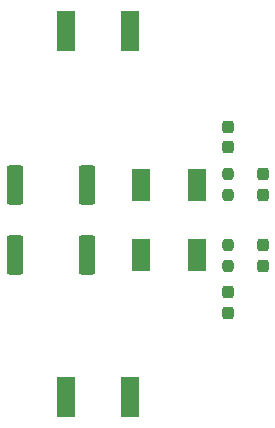
<source format=gbr>
%TF.GenerationSoftware,KiCad,Pcbnew,(5.99.0-12374-g2479e1d7b1)*%
%TF.CreationDate,2021-11-10T00:42:54+03:00*%
%TF.ProjectId,swr,7377722e-6b69-4636-9164-5f7063625858,rev?*%
%TF.SameCoordinates,Original*%
%TF.FileFunction,Paste,Bot*%
%TF.FilePolarity,Positive*%
%FSLAX46Y46*%
G04 Gerber Fmt 4.6, Leading zero omitted, Abs format (unit mm)*
G04 Created by KiCad (PCBNEW (5.99.0-12374-g2479e1d7b1)) date 2021-11-10 00:42:54*
%MOMM*%
%LPD*%
G01*
G04 APERTURE LIST*
G04 Aperture macros list*
%AMRoundRect*
0 Rectangle with rounded corners*
0 $1 Rounding radius*
0 $2 $3 $4 $5 $6 $7 $8 $9 X,Y pos of 4 corners*
0 Add a 4 corners polygon primitive as box body*
4,1,4,$2,$3,$4,$5,$6,$7,$8,$9,$2,$3,0*
0 Add four circle primitives for the rounded corners*
1,1,$1+$1,$2,$3*
1,1,$1+$1,$4,$5*
1,1,$1+$1,$6,$7*
1,1,$1+$1,$8,$9*
0 Add four rect primitives between the rounded corners*
20,1,$1+$1,$2,$3,$4,$5,0*
20,1,$1+$1,$4,$5,$6,$7,0*
20,1,$1+$1,$6,$7,$8,$9,0*
20,1,$1+$1,$8,$9,$2,$3,0*%
G04 Aperture macros list end*
%ADD10R,1.500000X3.500000*%
%ADD11RoundRect,0.237500X0.237500X-0.300000X0.237500X0.300000X-0.237500X0.300000X-0.237500X-0.300000X0*%
%ADD12R,1.500000X2.700000*%
%ADD13RoundRect,0.237500X0.237500X-0.250000X0.237500X0.250000X-0.237500X0.250000X-0.237500X-0.250000X0*%
%ADD14RoundRect,0.249999X-0.450001X-1.425001X0.450001X-1.425001X0.450001X1.425001X-0.450001X1.425001X0*%
%ADD15RoundRect,0.249999X0.450001X1.425001X-0.450001X1.425001X-0.450001X-1.425001X0.450001X-1.425001X0*%
%ADD16RoundRect,0.237500X-0.237500X0.250000X-0.237500X-0.250000X0.237500X-0.250000X0.237500X0.250000X0*%
G04 APERTURE END LIST*
D10*
%TO.C,J1*%
X144300000Y-70000000D03*
X149700000Y-70000000D03*
%TD*%
%TO.C,J2*%
X144300000Y-101000000D03*
X149700000Y-101000000D03*
%TD*%
D11*
%TO.C,C1*%
X158000000Y-93862500D03*
X158000000Y-92137500D03*
%TD*%
%TO.C,C3*%
X158000000Y-79862500D03*
X158000000Y-78137500D03*
%TD*%
%TO.C,C4*%
X161000000Y-83862500D03*
X161000000Y-82137500D03*
%TD*%
D12*
%TO.C,D1*%
X155400000Y-89000000D03*
X150600000Y-89000000D03*
%TD*%
%TO.C,D2*%
X155400000Y-83000000D03*
X150600000Y-83000000D03*
%TD*%
D13*
%TO.C,R1*%
X158000000Y-89912500D03*
X158000000Y-88087500D03*
%TD*%
D14*
%TO.C,R2*%
X139950000Y-89000000D03*
X146050000Y-89000000D03*
%TD*%
D15*
%TO.C,R3*%
X146050000Y-83000000D03*
X139950000Y-83000000D03*
%TD*%
D16*
%TO.C,R4*%
X158000000Y-82087500D03*
X158000000Y-83912500D03*
%TD*%
D11*
%TO.C,C2*%
X161000000Y-89862500D03*
X161000000Y-88137500D03*
%TD*%
M02*

</source>
